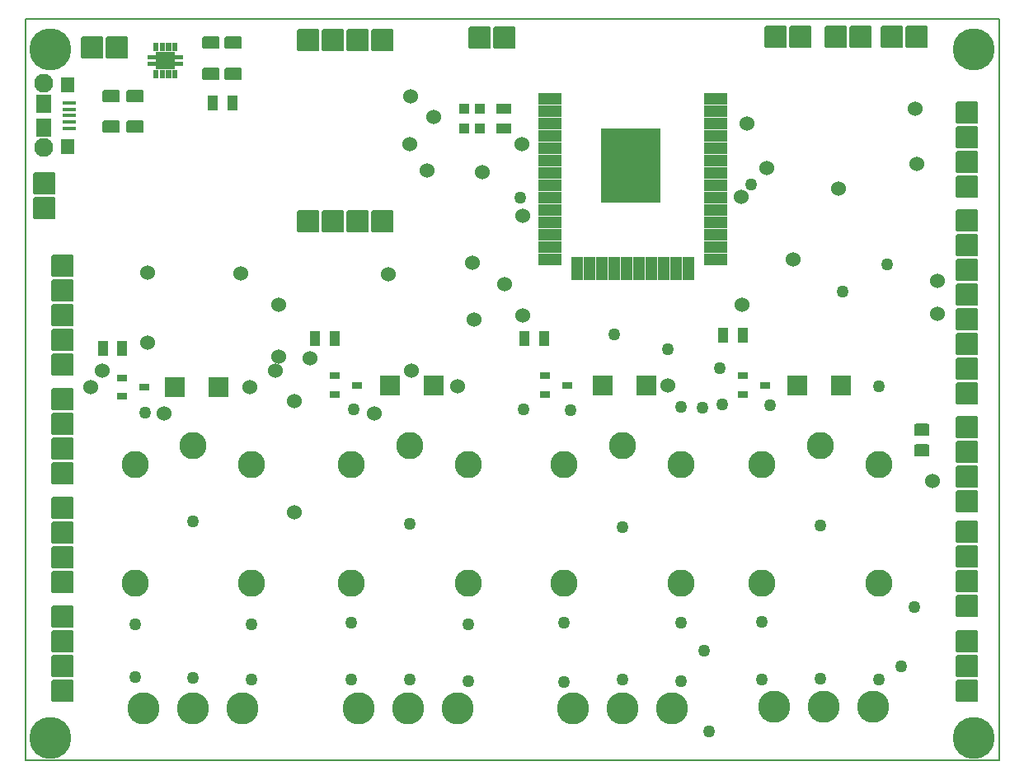
<source format=gbr>
G04 PROTEUS GERBER X2 FILE*
%TF.GenerationSoftware,Labcenter,Proteus,8.9-SP0-Build27865*%
%TF.CreationDate,2021-01-11T14:01:32+00:00*%
%TF.FileFunction,Soldermask,Top*%
%TF.FilePolarity,Negative*%
%TF.Part,Single*%
%TF.SameCoordinates,{9f0a7d81-3364-476e-981e-304885b4a122}*%
%FSLAX45Y45*%
%MOMM*%
G01*
%TA.AperFunction,Material*%
%ADD43C,1.270000*%
%ADD44C,1.524000*%
%ADD45C,4.318000*%
%TA.AperFunction,Material*%
%ADD46C,3.302000*%
%AMPPAD041*
4,1,36,
1.016000,-1.143000,
-1.016000,-1.143000,
-1.041970,-1.140470,
-1.065980,-1.133200,
-1.087580,-1.121650,
-1.106290,-1.106290,
-1.121650,-1.087570,
-1.133200,-1.065980,
-1.140470,-1.041970,
-1.143000,-1.016000,
-1.143000,1.016000,
-1.140470,1.041970,
-1.133200,1.065980,
-1.121650,1.087570,
-1.106290,1.106290,
-1.087580,1.121650,
-1.065980,1.133200,
-1.041970,1.140470,
-1.016000,1.143000,
1.016000,1.143000,
1.041970,1.140470,
1.065980,1.133200,
1.087580,1.121650,
1.106290,1.106290,
1.121650,1.087570,
1.133200,1.065980,
1.140470,1.041970,
1.143000,1.016000,
1.143000,-1.016000,
1.140470,-1.041970,
1.133200,-1.065980,
1.121650,-1.087570,
1.106290,-1.106290,
1.087580,-1.121650,
1.065980,-1.133200,
1.041970,-1.140470,
1.016000,-1.143000,
0*%
%TA.AperFunction,Material*%
%ADD47PPAD041*%
%AMPPAD042*
4,1,36,
-1.100000,0.627000,
1.100000,0.627000,
1.125970,0.624470,
1.149980,0.617200,
1.171580,0.605650,
1.190290,0.590290,
1.205650,0.571570,
1.217200,0.549980,
1.224470,0.525970,
1.227000,0.500000,
1.227000,-0.500000,
1.224470,-0.525970,
1.217200,-0.549980,
1.205650,-0.571570,
1.190290,-0.590290,
1.171580,-0.605650,
1.149980,-0.617200,
1.125970,-0.624470,
1.100000,-0.627000,
-1.100000,-0.627000,
-1.125970,-0.624470,
-1.149980,-0.617200,
-1.171580,-0.605650,
-1.190290,-0.590290,
-1.205650,-0.571570,
-1.217200,-0.549980,
-1.224470,-0.525970,
-1.227000,-0.500000,
-1.227000,0.500000,
-1.224470,0.525970,
-1.217200,0.549980,
-1.205650,0.571570,
-1.190290,0.590290,
-1.171580,0.605650,
-1.149980,0.617200,
-1.125970,0.624470,
-1.100000,0.627000,
0*%
%TA.AperFunction,Material*%
%ADD48PPAD042*%
%AMPPAD043*
4,1,36,
0.627000,1.100000,
0.627000,-1.100000,
0.624470,-1.125970,
0.617200,-1.149980,
0.605650,-1.171580,
0.590290,-1.190290,
0.571570,-1.205650,
0.549980,-1.217200,
0.525970,-1.224470,
0.500000,-1.227000,
-0.500000,-1.227000,
-0.525970,-1.224470,
-0.549980,-1.217200,
-0.571570,-1.205650,
-0.590290,-1.190290,
-0.605650,-1.171580,
-0.617200,-1.149980,
-0.624470,-1.125970,
-0.627000,-1.100000,
-0.627000,1.100000,
-0.624470,1.125970,
-0.617200,1.149980,
-0.605650,1.171580,
-0.590290,1.190290,
-0.571570,1.205650,
-0.549980,1.217200,
-0.525970,1.224470,
-0.500000,1.227000,
0.500000,1.227000,
0.525970,1.224470,
0.549980,1.217200,
0.571570,1.205650,
0.590290,1.190290,
0.605650,1.171580,
0.617200,1.149980,
0.624470,1.125970,
0.627000,1.100000,
0*%
%ADD49PPAD043*%
%AMPPAD044*
4,1,36,
3.048000,3.683000,
3.048000,-3.683000,
3.045470,-3.708970,
3.038200,-3.732980,
3.026650,-3.754580,
3.011290,-3.773290,
2.992570,-3.788650,
2.970980,-3.800200,
2.946970,-3.807470,
2.921000,-3.810000,
-2.921000,-3.810000,
-2.946970,-3.807470,
-2.970980,-3.800200,
-2.992570,-3.788650,
-3.011290,-3.773290,
-3.026650,-3.754580,
-3.038200,-3.732980,
-3.045470,-3.708970,
-3.048000,-3.683000,
-3.048000,3.683000,
-3.045470,3.708970,
-3.038200,3.732980,
-3.026650,3.754580,
-3.011290,3.773290,
-2.992570,3.788650,
-2.970980,3.800200,
-2.946970,3.807470,
-2.921000,3.810000,
2.921000,3.810000,
2.946970,3.807470,
2.970980,3.800200,
2.992570,3.788650,
3.011290,3.773290,
3.026650,3.754580,
3.038200,3.732980,
3.045470,3.708970,
3.048000,3.683000,
0*%
%ADD50PPAD044*%
%AMPPAD045*
4,1,4,
0.723900,0.469900,
0.723900,-0.469900,
-0.723900,-0.469900,
-0.723900,0.469900,
0.723900,0.469900,
0*%
%TA.AperFunction,Material*%
%ADD51PPAD045*%
%AMPPAD046*
4,1,4,
0.469900,-0.495300,
-0.469900,-0.495300,
-0.469900,0.495300,
0.469900,0.495300,
0.469900,-0.495300,
0*%
%ADD52PPAD046*%
%AMPPAD047*
4,1,36,
1.143000,1.016000,
1.143000,-1.016000,
1.140470,-1.041970,
1.133200,-1.065980,
1.121650,-1.087580,
1.106290,-1.106290,
1.087570,-1.121650,
1.065980,-1.133200,
1.041970,-1.140470,
1.016000,-1.143000,
-1.016000,-1.143000,
-1.041970,-1.140470,
-1.065980,-1.133200,
-1.087570,-1.121650,
-1.106290,-1.106290,
-1.121650,-1.087580,
-1.133200,-1.065980,
-1.140470,-1.041970,
-1.143000,-1.016000,
-1.143000,1.016000,
-1.140470,1.041970,
-1.133200,1.065980,
-1.121650,1.087580,
-1.106290,1.106290,
-1.087570,1.121650,
-1.065980,1.133200,
-1.041970,1.140470,
-1.016000,1.143000,
1.016000,1.143000,
1.041970,1.140470,
1.065980,1.133200,
1.087570,1.121650,
1.106290,1.106290,
1.121650,1.087580,
1.133200,1.065980,
1.140470,1.041970,
1.143000,1.016000,
0*%
%TA.AperFunction,Material*%
%ADD53PPAD047*%
%TA.AperFunction,Material*%
%ADD54C,2.794000*%
%AMPPAD049*
4,1,36,
0.762000,0.508000,
0.762000,-0.508000,
0.759470,-0.533970,
0.752200,-0.557980,
0.740650,-0.579580,
0.725290,-0.598290,
0.706570,-0.613650,
0.684980,-0.625200,
0.660970,-0.632470,
0.635000,-0.635000,
-0.635000,-0.635000,
-0.660970,-0.632470,
-0.684980,-0.625200,
-0.706570,-0.613650,
-0.725290,-0.598290,
-0.740650,-0.579580,
-0.752200,-0.557980,
-0.759470,-0.533970,
-0.762000,-0.508000,
-0.762000,0.508000,
-0.759470,0.533970,
-0.752200,0.557980,
-0.740650,0.579580,
-0.725290,0.598290,
-0.706570,0.613650,
-0.684980,0.625200,
-0.660970,0.632470,
-0.635000,0.635000,
0.635000,0.635000,
0.660970,0.632470,
0.684980,0.625200,
0.706570,0.613650,
0.725290,0.598290,
0.740650,0.579580,
0.752200,0.557980,
0.759470,0.533970,
0.762000,0.508000,
0*%
%TA.AperFunction,Material*%
%ADD55PPAD049*%
%AMPPAD050*
4,1,4,
1.054100,1.054100,
1.054100,-1.054100,
-1.054100,-1.054100,
-1.054100,1.054100,
1.054100,1.054100,
0*%
%ADD56PPAD050*%
%AMPPAD051*
4,1,4,
-0.469900,-0.304800,
-0.469900,0.304800,
0.469900,0.304800,
0.469900,-0.304800,
-0.469900,-0.304800,
0*%
%TA.AperFunction,Material*%
%ADD57PPAD051*%
%AMPPAD052*
4,1,4,
-0.469900,0.723900,
0.469900,0.723900,
0.469900,-0.723900,
-0.469900,-0.723900,
-0.469900,0.723900,
0*%
%TA.AperFunction,Material*%
%ADD58PPAD052*%
%AMPPAD053*
4,1,36,
-0.154940,-0.260000,
-0.154940,0.260000,
-0.154140,0.268180,
-0.151850,0.275740,
-0.148220,0.282540,
-0.143380,0.288440,
-0.137480,0.293280,
-0.130680,0.296910,
-0.123120,0.299200,
-0.114940,0.300000,
0.114940,0.300000,
0.123120,0.299200,
0.130680,0.296910,
0.137480,0.293280,
0.143380,0.288440,
0.148220,0.282540,
0.151850,0.275740,
0.154140,0.268180,
0.154940,0.260000,
0.154940,-0.260000,
0.154140,-0.268180,
0.151850,-0.275740,
0.148220,-0.282540,
0.143380,-0.288440,
0.137480,-0.293280,
0.130680,-0.296910,
0.123120,-0.299200,
0.114940,-0.300000,
-0.114940,-0.300000,
-0.123120,-0.299200,
-0.130680,-0.296910,
-0.137480,-0.293280,
-0.143380,-0.288440,
-0.148220,-0.282540,
-0.151850,-0.275740,
-0.154140,-0.268180,
-0.154940,-0.260000,
0*%
%TA.AperFunction,Material*%
%ADD59PPAD053*%
%AMPPAD054*
4,1,4,
-0.875030,-0.750000,
-0.875030,0.750000,
0.875030,0.750000,
0.875030,-0.750000,
-0.875030,-0.750000,
0*%
%ADD60PPAD054*%
%ADD61C,0.400000*%
%AMPPAD056*
4,1,36,
0.889000,0.508000,
0.889000,-0.508000,
0.886470,-0.533970,
0.879200,-0.557980,
0.867650,-0.579580,
0.852290,-0.598290,
0.833570,-0.613650,
0.811980,-0.625200,
0.787970,-0.632470,
0.762000,-0.635000,
-0.762000,-0.635000,
-0.787970,-0.632470,
-0.811980,-0.625200,
-0.833570,-0.613650,
-0.852290,-0.598290,
-0.867650,-0.579580,
-0.879200,-0.557980,
-0.886470,-0.533970,
-0.889000,-0.508000,
-0.889000,0.508000,
-0.886470,0.533970,
-0.879200,0.557980,
-0.867650,0.579580,
-0.852290,0.598290,
-0.833570,0.613650,
-0.811980,0.625200,
-0.787970,0.632470,
-0.762000,0.635000,
0.762000,0.635000,
0.787970,0.632470,
0.811980,0.625200,
0.833570,0.613650,
0.852290,0.598290,
0.867650,0.579580,
0.879200,0.557980,
0.886470,0.533970,
0.889000,0.508000,
0*%
%TA.AperFunction,Material*%
%ADD62PPAD056*%
%AMPPAD057*
4,1,4,
0.675000,0.200000,
0.675000,-0.200000,
-0.675000,-0.200000,
-0.675000,0.200000,
0.675000,0.200000,
0*%
%TA.AperFunction,Material*%
%ADD63PPAD057*%
%ADD64C,1.950000*%
%AMPPAD059*
4,1,4,
0.700000,0.800000,
0.700000,-0.800000,
-0.700000,-0.800000,
-0.700000,0.800000,
0.700000,0.800000,
0*%
%ADD65PPAD059*%
%AMPPAD060*
4,1,4,
0.800000,0.950000,
0.800000,-0.950000,
-0.800000,-0.950000,
-0.800000,0.950000,
0.800000,0.950000,
0*%
%ADD66PPAD060*%
%TA.AperFunction,Profile*%
%ADD36C,0.203200*%
%TA.AperFunction,Material*%
%ADD67C,0.025400*%
%TD.AperFunction*%
G36*
X+1375512Y+7108000D02*
X+1375512Y+7139000D01*
X+1293000Y+7139000D01*
X+1293000Y+7176000D01*
X+1375512Y+7176000D01*
X+1375512Y+7204000D01*
X+1293000Y+7204000D01*
X+1293000Y+7241000D01*
X+1375512Y+7241000D01*
X+1375512Y+7272000D01*
X+1564488Y+7272000D01*
X+1564488Y+7241000D01*
X+1647000Y+7241000D01*
X+1647000Y+7204000D01*
X+1564488Y+7204000D01*
X+1564488Y+7176000D01*
X+1647000Y+7176000D01*
X+1647000Y+7139000D01*
X+1564488Y+7139000D01*
X+1564488Y+7108000D01*
X+1375512Y+7108000D01*
G37*
G36*
X+1350000Y+7013000D02*
X+1350000Y+7087000D01*
X+1395000Y+7087000D01*
X+1395000Y+7013000D01*
X+1350000Y+7013000D01*
G37*
G36*
X+1350000Y+7293000D02*
X+1350000Y+7367000D01*
X+1395000Y+7367000D01*
X+1395000Y+7293000D01*
X+1350000Y+7293000D01*
G37*
G36*
X+1415000Y+7013000D02*
X+1415000Y+7087000D01*
X+1460000Y+7087000D01*
X+1460000Y+7013000D01*
X+1415000Y+7013000D01*
G37*
G36*
X+1480000Y+7013000D02*
X+1480000Y+7087000D01*
X+1525000Y+7087000D01*
X+1525000Y+7013000D01*
X+1480000Y+7013000D01*
G37*
G36*
X+1545000Y+7013000D02*
X+1545000Y+7087000D01*
X+1590000Y+7087000D01*
X+1590000Y+7013000D01*
X+1545000Y+7013000D01*
G37*
G36*
X+1415000Y+7293000D02*
X+1415000Y+7367000D01*
X+1460000Y+7367000D01*
X+1460000Y+7293000D01*
X+1415000Y+7293000D01*
G37*
G36*
X+1480000Y+7293000D02*
X+1480000Y+7367000D01*
X+1525000Y+7367000D01*
X+1525000Y+7293000D01*
X+1480000Y+7293000D01*
G37*
G36*
X+1545000Y+7293000D02*
X+1545000Y+7367000D01*
X+1590000Y+7367000D01*
X+1590000Y+7293000D01*
X+1545000Y+7293000D01*
G37*
D43*
X+1265783Y+3569295D03*
X+1760000Y+2450000D03*
X+1760000Y+840000D03*
X+1160000Y+1390000D03*
X+1160000Y+850000D03*
X+2360000Y+820000D03*
X+2360000Y+1390000D03*
X+3410000Y+3600000D03*
X+3980000Y+2420000D03*
X+3980000Y+820000D03*
X+3380000Y+820000D03*
X+3380000Y+1410000D03*
X+4580000Y+810000D03*
X+4580000Y+1390000D03*
X+5630000Y+3590000D03*
X+6170000Y+820000D03*
X+6170000Y+2390000D03*
X+5570000Y+1410000D03*
X+5570000Y+800000D03*
X+6770000Y+810000D03*
X+6770000Y+1410000D03*
X+7679296Y+3645021D03*
X+8200000Y+830000D03*
X+8200000Y+2410000D03*
X+7600000Y+1420000D03*
X+7600000Y+820000D03*
X+8800000Y+820000D03*
D44*
X+7920733Y+5145660D03*
X+3990000Y+6820000D03*
X+3985911Y+6327617D03*
X+9350440Y+2865674D03*
X+6635855Y+3843907D03*
X+4476559Y+3837206D03*
X+2340939Y+3832683D03*
D43*
X+8800000Y+3840000D03*
D44*
X+8381796Y+5867433D03*
D43*
X+8431756Y+4811915D03*
D44*
X+5143500Y+5588000D03*
X+5143500Y+4570000D03*
X+3619500Y+3556000D03*
D43*
X+9160000Y+1570000D03*
X+7053197Y+287109D03*
X+6989593Y+3613334D03*
X+6080000Y+4370000D03*
D44*
X+4727503Y+6034762D03*
X+4953000Y+4889500D03*
X+825500Y+4000500D03*
X+7388135Y+5782228D03*
X+7390660Y+4673503D03*
X+4626667Y+5110741D03*
X+4640000Y+4520000D03*
X+4000500Y+4000500D03*
X+2603500Y+4000500D03*
X+1460500Y+3556000D03*
X+7651826Y+6085007D03*
D43*
X+8885925Y+5090000D03*
D44*
X+4224748Y+6602565D03*
X+4160000Y+6060000D03*
X+5135961Y+6329372D03*
X+3764049Y+4992411D03*
X+2246124Y+5000249D03*
X+1293624Y+5004169D03*
X+1290000Y+4290000D03*
X+710000Y+3830000D03*
X+2954568Y+4122530D03*
X+2633149Y+4142129D03*
X+2637068Y+4679461D03*
X+2794000Y+3683000D03*
X+2794000Y+2540000D03*
D43*
X+5121363Y+5775053D03*
X+6636046Y+4217769D03*
X+6767350Y+3626333D03*
X+7003953Y+1120543D03*
X+9024591Y+955990D03*
D44*
X+9400000Y+4580000D03*
X+9401576Y+4924318D03*
X+9188866Y+6125501D03*
X+9176354Y+6694811D03*
X+7443994Y+6542489D03*
D43*
X+5151157Y+3597261D03*
X+7194733Y+3654649D03*
X+7170000Y+4020000D03*
X+7490000Y+5910000D03*
D45*
X+290000Y+7300000D03*
D46*
X+7724000Y+540000D03*
X+8232000Y+540000D03*
X+8740000Y+540000D03*
D47*
X+980000Y+7320000D03*
X+726000Y+7320000D03*
D48*
X+5420940Y+6796660D03*
X+5420940Y+6669660D03*
X+5420940Y+6542660D03*
X+5420940Y+6415660D03*
X+5420940Y+6288660D03*
X+5420940Y+6161660D03*
X+5420940Y+6034660D03*
X+5420940Y+5907660D03*
X+5420940Y+5780660D03*
X+5420940Y+5653660D03*
X+5420940Y+5526660D03*
X+5420940Y+5399660D03*
X+5420940Y+5272660D03*
X+5420940Y+5145660D03*
D49*
X+5699400Y+5047500D03*
X+5826400Y+5047500D03*
X+5953400Y+5047500D03*
X+6080400Y+5047500D03*
X+6207400Y+5047500D03*
X+6334400Y+5047500D03*
X+6461400Y+5047500D03*
X+6588400Y+5047500D03*
X+6715400Y+5047500D03*
X+6842400Y+5047500D03*
D48*
X+7120940Y+5145660D03*
X+7120940Y+5272660D03*
X+7120940Y+5399660D03*
X+7120940Y+5526660D03*
X+7120940Y+5653660D03*
X+7120940Y+5780660D03*
X+7120940Y+5907660D03*
X+7120940Y+6034660D03*
X+7120940Y+6161660D03*
X+7120940Y+6288660D03*
X+7120940Y+6415660D03*
X+7120940Y+6542660D03*
X+7120940Y+6669660D03*
X+7120940Y+6796660D03*
D50*
X+6247780Y+6105080D03*
D44*
X+6125860Y+6201600D03*
X+6232540Y+6201600D03*
X+6331600Y+6201600D03*
X+6334140Y+6100000D03*
X+6230000Y+6100000D03*
X+6125860Y+6094920D03*
X+6128400Y+5993320D03*
X+6230000Y+5995860D03*
X+6331600Y+5995860D03*
D46*
X+1250000Y+530000D03*
X+1758000Y+530000D03*
X+2266000Y+530000D03*
X+3460000Y+530000D03*
X+3968000Y+530000D03*
X+4476000Y+530000D03*
X+5660000Y+530000D03*
X+6168000Y+530000D03*
X+6676000Y+530000D03*
D51*
X+4950000Y+6690000D03*
X+4950000Y+6490000D03*
D52*
X+4700000Y+6690000D03*
X+4540000Y+6690000D03*
X+4700000Y+6490000D03*
X+4540000Y+6490000D03*
D45*
X+9770000Y+7300000D03*
D53*
X+9710000Y+6646000D03*
X+9710000Y+6392000D03*
X+9710000Y+6138000D03*
X+9710000Y+5884000D03*
D45*
X+290000Y+220000D03*
X+9770000Y+220000D03*
D54*
X+2360000Y+3030000D03*
X+1160000Y+3030000D03*
X+1760000Y+3230000D03*
X+2360000Y+1810000D03*
X+1160000Y+1810000D03*
X+4580000Y+3030000D03*
X+3380000Y+3030000D03*
X+3980000Y+3230000D03*
X+4580000Y+1810000D03*
X+3380000Y+1810000D03*
X+6770000Y+3030000D03*
X+5570000Y+3030000D03*
X+6170000Y+3230000D03*
X+6770000Y+1810000D03*
X+5570000Y+1810000D03*
X+8800000Y+3030000D03*
X+7600000Y+3030000D03*
X+8200000Y+3230000D03*
X+8800000Y+1810000D03*
X+7600000Y+1810000D03*
D53*
X+9710000Y+5536000D03*
X+9710000Y+5282000D03*
X+9710000Y+5028000D03*
X+9710000Y+4774000D03*
X+9710000Y+4520000D03*
X+9710000Y+4266000D03*
X+9710000Y+4012000D03*
X+9710000Y+3758000D03*
D47*
X+2940000Y+5530000D03*
X+3194000Y+5530000D03*
X+3448000Y+5530000D03*
X+3702000Y+5530000D03*
X+8610000Y+7430000D03*
X+8356000Y+7430000D03*
D53*
X+420000Y+5078000D03*
X+420000Y+4824000D03*
X+420000Y+4570000D03*
X+420000Y+4316000D03*
X+420000Y+4062000D03*
X+9710000Y+3416000D03*
X+9710000Y+3162000D03*
X+9710000Y+2908000D03*
X+9710000Y+2654000D03*
D55*
X+9240000Y+3390000D03*
X+9240000Y+3176640D03*
D47*
X+9190000Y+7430000D03*
X+8936000Y+7430000D03*
D53*
X+420000Y+1468000D03*
X+420000Y+1214000D03*
X+420000Y+960000D03*
X+420000Y+706000D03*
X+420000Y+2588000D03*
X+420000Y+2334000D03*
X+420000Y+2080000D03*
X+420000Y+1826000D03*
X+420000Y+3704000D03*
X+420000Y+3450000D03*
X+420000Y+3196000D03*
X+420000Y+2942000D03*
D47*
X+2940000Y+7390000D03*
X+3194000Y+7390000D03*
X+3448000Y+7390000D03*
X+3702000Y+7390000D03*
D53*
X+9710000Y+1210000D03*
X+9710000Y+956000D03*
X+9710000Y+702000D03*
X+9710000Y+2342000D03*
X+9710000Y+2088000D03*
X+9710000Y+1834000D03*
X+9710000Y+1580000D03*
D56*
X+3780000Y+3850000D03*
X+4230000Y+3850000D03*
X+5960000Y+3850000D03*
X+6410000Y+3850000D03*
X+7960000Y+3850000D03*
X+8410000Y+3850000D03*
X+1570000Y+3830000D03*
X+2020000Y+3830000D03*
D57*
X+3210000Y+3945000D03*
X+3210000Y+3755000D03*
X+3440000Y+3850000D03*
X+5370000Y+3945000D03*
X+5370000Y+3755000D03*
X+5600000Y+3850000D03*
X+7400000Y+3945000D03*
X+7400000Y+3755000D03*
X+7630000Y+3850000D03*
X+1030000Y+3925000D03*
X+1030000Y+3735000D03*
X+1260000Y+3830000D03*
D58*
X+3010000Y+4330000D03*
X+3210000Y+4330000D03*
X+5160000Y+4330000D03*
X+5360000Y+4330000D03*
X+7200000Y+4360000D03*
X+7400000Y+4360000D03*
X+830000Y+4230000D03*
X+1030000Y+4230000D03*
D47*
X+8000000Y+7430000D03*
X+7746000Y+7430000D03*
D59*
X+1372000Y+7050000D03*
X+1437488Y+7050000D03*
X+1502512Y+7050000D03*
X+1568000Y+7050000D03*
X+1568000Y+7330000D03*
X+1502512Y+7330000D03*
X+1437488Y+7330000D03*
X+1372000Y+7330000D03*
D60*
X+1470000Y+7190000D03*
D61*
X+1407000Y+7190000D03*
X+1470000Y+7240000D03*
X+1470000Y+7140000D03*
X+1533000Y+7190000D03*
D62*
X+920000Y+6820000D03*
X+920000Y+6505040D03*
D58*
X+1960000Y+6750000D03*
X+2160000Y+6750000D03*
D62*
X+2170000Y+7050000D03*
X+2170000Y+7364960D03*
X+1940000Y+7050000D03*
X+1940000Y+7364960D03*
X+1160000Y+6820000D03*
X+1160000Y+6505040D03*
D47*
X+4700000Y+7420000D03*
X+4954000Y+7420000D03*
D53*
X+230000Y+5920000D03*
X+230000Y+5666000D03*
D63*
X+490000Y+6750000D03*
X+490000Y+6685000D03*
X+490000Y+6620000D03*
X+490000Y+6555000D03*
X+490000Y+6490000D03*
D64*
X+222000Y+6950000D03*
X+222000Y+6290000D03*
D65*
X+468000Y+6940000D03*
D66*
X+222000Y+6740000D03*
X+222000Y+6500000D03*
D65*
X+468000Y+6300000D03*
D36*
X+35420Y-8200D02*
X+10035420Y-8200D01*
X+10035420Y+7611800D01*
X+35420Y+7611800D01*
X+35420Y-8200D01*
D67*
X+1375512Y+7108000D02*
X+1375512Y+7139000D01*
X+1293000Y+7139000D01*
X+1293000Y+7176000D01*
X+1375512Y+7176000D01*
X+1375512Y+7204000D01*
X+1293000Y+7204000D01*
X+1293000Y+7241000D01*
X+1375512Y+7241000D01*
X+1375512Y+7272000D01*
X+1564488Y+7272000D01*
X+1564488Y+7241000D01*
X+1647000Y+7241000D01*
X+1647000Y+7204000D01*
X+1564488Y+7204000D01*
X+1564488Y+7176000D01*
X+1647000Y+7176000D01*
X+1647000Y+7139000D01*
X+1564488Y+7139000D01*
X+1564488Y+7108000D01*
X+1375512Y+7108000D01*
X+1350000Y+7013000D02*
X+1395000Y+7013000D01*
X+1395000Y+7087000D01*
X+1350000Y+7087000D01*
X+1350000Y+7013000D01*
X+1350000Y+7293000D02*
X+1395000Y+7293000D01*
X+1395000Y+7367000D01*
X+1350000Y+7367000D01*
X+1350000Y+7293000D01*
X+1415000Y+7013000D02*
X+1460000Y+7013000D01*
X+1460000Y+7087000D01*
X+1415000Y+7087000D01*
X+1415000Y+7013000D01*
X+1480000Y+7013000D02*
X+1525000Y+7013000D01*
X+1525000Y+7087000D01*
X+1480000Y+7087000D01*
X+1480000Y+7013000D01*
X+1545000Y+7013000D02*
X+1590000Y+7013000D01*
X+1590000Y+7087000D01*
X+1545000Y+7087000D01*
X+1545000Y+7013000D01*
X+1415000Y+7293000D02*
X+1460000Y+7293000D01*
X+1460000Y+7367000D01*
X+1415000Y+7367000D01*
X+1415000Y+7293000D01*
X+1480000Y+7293000D02*
X+1525000Y+7293000D01*
X+1525000Y+7367000D01*
X+1480000Y+7367000D01*
X+1480000Y+7293000D01*
X+1545000Y+7293000D02*
X+1590000Y+7293000D01*
X+1590000Y+7367000D01*
X+1545000Y+7367000D01*
X+1545000Y+7293000D01*
M02*

</source>
